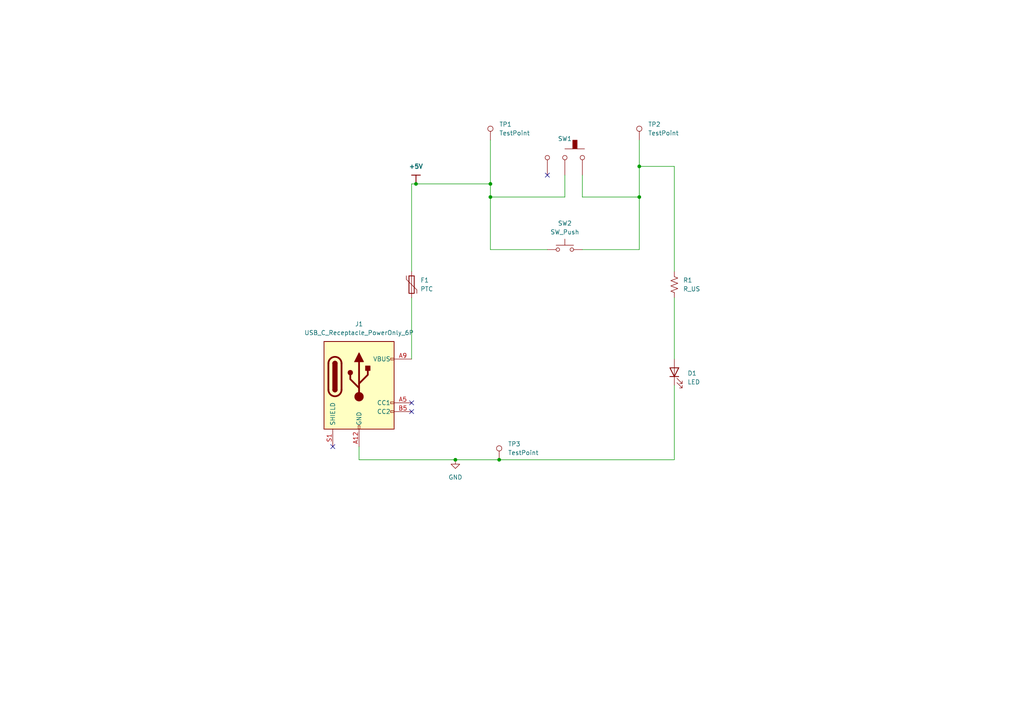
<source format=kicad_sch>
(kicad_sch (version 20231120) (generator "eeschema") (generator_version "8.0")
  (paper "A4")
  (title_block (title "Circuit & LED Basics") (company "Alpenglow Industries"))
  (lib_symbols
    (symbol "Alpenglow:+5V" (power) (pin_names (offset 0))
      (property "Value" "+5V" (at 0 3.556 0))
      (symbol "+5V_0_1"
        (polyline (pts (xy -1.27 2.54) (xy 1.27 2.54)) (stroke (width 0.254)))
        (polyline (pts (xy 0 0) (xy 0 2.54)) (stroke (width 0.254)))
        (polyline (pts (xy 0.635 2.54) (xy 0.635 2.54)))
      )
      (symbol "+5V_1_1"
        (pin power_in line (at 0 0 90) (length 0) hide (name "+5V") (number "1"))
      )
    )
    (symbol "Alpenglow:Alpenglow_SMT_SlideSwitch_VERT" (pin_numbers hide)
      (property "Reference" "SW1" (at 2.54 10.5593 0))
      (symbol "Alpenglow_SMT_SlideSwitch_VERT_0_1"
        (polyline (pts (xy 2.54 7.62) (xy 8.255 7.62)) (stroke (width 0.1524)))
        (polyline (pts (xy 4.826 7.62) (xy 4.826 10.16) (xy 6.096 10.16) (xy 6.096 7.62)) (stroke (width 0.1524)) (fill (type outline)))
      )
      (symbol "Alpenglow_SMT_SlideSwitch_VERT_1_1"
        (pin passive inverted (at 7.62 0 90) (length 5.715) (name "") (number "2"))
        (pin passive inverted (at 2.54 0 90) (length 5.715) (name "") (number "4"))
        (pin passive inverted (at -2.54 0 90) (length 5.715) (name "") (number "5"))
      )
    )
    (symbol "Connector:TestPoint" (pin_numbers hide) (pin_names (offset 0.762) hide)
      (property "Reference" "TP" (at 0 6.858 0))
      (property "Value" "TestPoint" (at 0 5.08 0))
      (symbol "TestPoint_0_1"
        (circle (center 0 3.302) (radius 0.762))
      )
      (symbol "TestPoint_1_1"
        (pin passive line (at 0 0 90) (length 2.54) (name "1") (number "1"))
      )
    )
    (symbol "Connector:USB_C_Receptacle_PowerOnly_6P" (pin_names (offset 1.016))
      (property "Reference" "J" (at 0 16.51 0))
      (property "Value" "USB_C_Receptacle_PowerOnly_6P" (at 0 13.97 0))
      (symbol "USB_C_Receptacle_PowerOnly_6P_0_0"
        (rectangle (start -0.254 -12.7) (end 0.254 -11.684))
        (rectangle (start 10.16 -7.366) (end 9.144 -7.874))
        (rectangle (start 10.16 -4.826) (end 9.144 -5.334))
        (rectangle (start 10.16 7.874) (end 9.144 7.366))
      )
      (symbol "USB_C_Receptacle_PowerOnly_6P_0_1"
        (rectangle (start -10.16 12.7) (end 10.16 -12.7) (stroke (width 0.254)) (fill (type background)))
        (arc (start -8.89 -1.27) (mid -6.985 -3.1667) (end -5.08 -1.27) (stroke (width 0.508)))
        (arc (start -7.62 -1.27) (mid -6.985 -1.9023) (end -6.35 -1.27) (stroke (width 0.254)))
        (arc (start -7.62 -1.27) (mid -6.985 -1.9023) (end -6.35 -1.27) (stroke (width 0.254)) (fill (type outline)))
        (rectangle (start -7.62 -1.27) (end -6.35 6.35) (stroke (width 0.254)) (fill (type outline)))
        (arc (start -6.35 6.35) (mid -6.985 6.9823) (end -7.62 6.35) (stroke (width 0.254)))
        (arc (start -6.35 6.35) (mid -6.985 6.9823) (end -7.62 6.35) (stroke (width 0.254)) (fill (type outline)))
        (arc (start -5.08 6.35) (mid -6.985 8.2467) (end -8.89 6.35) (stroke (width 0.508)))
        (circle (center -2.54 3.683) (radius 0.635) (stroke (width 0.254)) (fill (type outline)))
        (circle (center 0 -3.302) (radius 1.27) (fill (type outline)))
        (polyline (pts (xy -8.89 -1.27) (xy -8.89 6.35)) (stroke (width 0.508)))
        (polyline (pts (xy -5.08 6.35) (xy -5.08 -1.27)) (stroke (width 0.508)))
        (polyline (pts (xy 0 -3.302) (xy 0 6.858)) (stroke (width 0.508)))
        (polyline (pts (xy 0 -0.762) (xy -2.54 1.778) (xy -2.54 3.048)) (stroke (width 0.508)))
        (polyline (pts (xy 0 0.508) (xy 2.54 3.048) (xy 2.54 4.318)) (stroke (width 0.508)))
        (polyline (pts (xy -1.27 6.858) (xy 0 9.398) (xy 1.27 6.858) (xy -1.27 6.858)) (stroke (width 0.254)) (fill (type outline)))
        (rectangle (start 1.905 4.318) (end 3.175 5.588) (stroke (width 0.254)) (fill (type outline)))
      )
      (symbol "USB_C_Receptacle_PowerOnly_6P_1_1"
        (pin passive line (at 0 -17.78 90) (length 5.08) (name "GND") (number "A12"))
        (pin bidirectional line (at 15.24 -5.08 180) (length 5.08) (name "CC1") (number "A5"))
        (pin passive line (at 15.24 7.62 180) (length 5.08) (name "VBUS") (number "A9"))
        (pin passive line (at 0 -17.78 90) (length 5.08) hide (name "GND") (number "B12"))
        (pin bidirectional line (at 15.24 -7.62 180) (length 5.08) (name "CC2") (number "B5"))
        (pin passive line (at 15.24 7.62 180) (length 5.08) hide (name "VBUS") (number "B9"))
        (pin passive line (at -7.62 -17.78 90) (length 5.08) (name "SHIELD") (number "S1"))
      )
    )
    (symbol "Device:LED" (pin_numbers hide) (pin_names (offset 1.016) hide)
      (property "Reference" "D" (at 0 2.54 0))
      (property "Value" "LED" (at 0 -2.54 0))
      (symbol "LED_0_1"
        (polyline (pts (xy -1.27 -1.27) (xy -1.27 1.27)) (stroke (width 0.254)))
        (polyline (pts (xy -1.27 0) (xy 1.27 0)))
        (polyline (pts (xy 1.27 -1.27) (xy 1.27 1.27) (xy -1.27 0) (xy 1.27 -1.27)) (stroke (width 0.254)))
        (polyline (pts (xy -3.048 -0.762) (xy -4.572 -2.286) (xy -3.81 -2.286) (xy -4.572 -2.286) (xy -4.572 -1.524)))
        (polyline (pts (xy -1.778 -0.762) (xy -3.302 -2.286) (xy -2.54 -2.286) (xy -3.302 -2.286) (xy -3.302 -1.524)))
      )
      (symbol "LED_1_1"
        (pin passive line (at -3.81 0 0) (length 2.54) (name "K") (number "1"))
        (pin passive line (at 3.81 0 180) (length 2.54) (name "A") (number "2"))
      )
    )
    (symbol "Device:Polyfuse" (pin_numbers hide) (pin_names (offset 0))
      (property "Reference" "F" (at -2.54 0 90))
      (property "Value" "Polyfuse" (at 2.54 0 90))
      (symbol "Polyfuse_0_1"
        (rectangle (start -0.762 2.54) (end 0.762 -2.54) (stroke (width 0.254)))
        (polyline (pts (xy 0 2.54) (xy 0 -2.54)))
        (polyline (pts (xy -1.524 2.54) (xy -1.524 1.524) (xy 1.524 -1.524) (xy 1.524 -2.54)))
      )
      (symbol "Polyfuse_1_1"
        (pin passive line (at 0 3.81 270) (length 1.27) (name "~") (number "1"))
        (pin passive line (at 0 -3.81 90) (length 1.27) (name "~") (number "2"))
      )
    )
    (symbol "Device:R_US" (pin_numbers hide) (pin_names (offset 0))
      (property "Reference" "R" (at 2.54 0 90))
      (property "Value" "R_US" (at -2.54 0 90))
      (symbol "R_US_0_1"
        (polyline (pts (xy 0 -2.286) (xy 0 -2.54)))
        (polyline (pts (xy 0 2.286) (xy 0 2.54)))
        (polyline (pts (xy 0 -0.762) (xy 1.016 -1.143) (xy 0 -1.524) (xy -1.016 -1.905) (xy 0 -2.286)))
        (polyline (pts (xy 0 0.762) (xy 1.016 0.381) (xy 0 0) (xy -1.016 -0.381) (xy 0 -0.762)))
        (polyline (pts (xy 0 2.286) (xy 1.016 1.905) (xy 0 1.524) (xy -1.016 1.143) (xy 0 0.762)))
      )
      (symbol "R_US_1_1"
        (pin passive line (at 0 3.81 270) (length 1.27) (name "~") (number "1"))
        (pin passive line (at 0 -3.81 90) (length 1.27) (name "~") (number "2"))
      )
    )
    (symbol "Switch:SW_Push" (pin_numbers hide) (pin_names (offset 1.016) hide)
      (property "Reference" "SW" (at 1.27 2.54 0))
      (property "Value" "SW_Push" (at 0 -1.524 0))
      (symbol "SW_Push_0_1"
        (circle (center -2.032 0) (radius 0.508))
        (polyline (pts (xy 0 1.27) (xy 0 3.048)))
        (polyline (pts (xy 2.54 1.27) (xy -2.54 1.27)))
        (circle (center 2.032 0) (radius 0.508))
        (pin passive line (at -5.08 0 0) (length 2.54) (name "1") (number "1"))
        (pin passive line (at 5.08 0 180) (length 2.54) (name "2") (number "2"))
      )
    )
    (symbol "power:GND" (power) (pin_names (offset 0))
      (property "Value" "GND" (at 0 -3.81 0))
      (symbol "GND_0_1"
        (polyline (pts (xy 0 0) (xy 0 -1.27) (xy 1.27 -1.27) (xy 0 -2.54) (xy -1.27 -1.27) (xy 0 -1.27)))
      )
      (symbol "GND_1_1"
        (pin power_in line (at 0 0 270) (length 0) hide (name "GND") (number "1"))
      )
    )
  )
  (junction (at 120.65 53.34))
  (junction (at 185.42 48.26))
  (junction (at 142.24 53.34))
  (junction (at 132.08 133.35))
  (junction (at 142.24 57.15))
  (junction (at 185.42 57.15))
  (junction (at 144.78 133.35))
  (no_connect (at 158.75 50.8))
  (no_connect (at 96.52 129.54))
  (no_connect (at 119.38 119.38))
  (no_connect (at 119.38 116.84))
  (wire (pts (xy 168.91 57.15) (xy 185.42 57.15)))
  (wire (pts (xy 168.91 72.39) (xy 185.42 72.39)))
  (wire (pts (xy 185.42 40.64) (xy 185.42 48.26)))
  (wire (pts (xy 185.42 57.15) (xy 185.42 72.39)))
  (wire (pts (xy 163.83 57.15) (xy 142.24 57.15)))
  (wire (pts (xy 144.78 133.35) (xy 195.58 133.35)))
  (wire (pts (xy 195.58 78.74) (xy 195.58 48.26)))
  (wire (pts (xy 195.58 111.76) (xy 195.58 133.35)))
  (wire (pts (xy 120.65 53.34) (xy 142.24 53.34)))
  (wire (pts (xy 119.38 53.34) (xy 120.65 53.34)))
  (wire (pts (xy 168.91 50.8) (xy 168.91 57.15)))
  (wire (pts (xy 142.24 40.64) (xy 142.24 53.34)))
  (wire (pts (xy 142.24 53.34) (xy 142.24 57.15)))
  (wire (pts (xy 142.24 57.15) (xy 142.24 72.39)))
  (wire (pts (xy 163.83 50.8) (xy 163.83 57.15)))
  (wire (pts (xy 195.58 86.36) (xy 195.58 104.14)))
  (wire (pts (xy 104.14 129.54) (xy 104.14 133.35)))
  (wire (pts (xy 119.38 86.36) (xy 119.38 104.14)))
  (wire (pts (xy 185.42 48.26) (xy 195.58 48.26)))
  (wire (pts (xy 185.42 48.26) (xy 185.42 57.15)))
  (wire (pts (xy 132.08 133.35) (xy 144.78 133.35)))
  (wire (pts (xy 119.38 53.34) (xy 119.38 78.74)))
  (wire (pts (xy 104.14 133.35) (xy 132.08 133.35)))
  (wire (pts (xy 158.75 72.39) (xy 142.24 72.39)))
  (symbol (lib_id "Device:R_US") (at 195.58 82.55 0) (unit 1)
    (property "Reference" "R1" (at 198.12 81.28 0) (effects (justify left)))
    (property "Value" "R_US" (at 198.12 83.82 0) (effects (justify left)))
  )
  (symbol (lib_id "Alpenglow:+5V") (at 120.65 53.34 0) (unit 1)
    (property "Reference" "#PWR01" (effects (hide yes)))
    (property "Value" "+5V" (at 120.65 48.26 0) (effects (font (bold yes))))
  )
  (symbol (lib_id "power:GND") (at 132.08 133.35 0) (unit 1)
    (property "Reference" "#PWR02" (effects (hide yes)))
    (property "Value" "GND" (at 132.08 138.43 0))
  )
  (symbol (lib_id "Connector:TestPoint") (at 144.78 133.35 0) (unit 1)
    (property "Reference" "TP3" (at 147.32 128.778 0) (effects (justify left)))
    (property "Value" "TestPoint" (at 147.32 131.318 0) (effects (justify left)))
  )
  (symbol (lib_id "Alpenglow:Alpenglow_SMT_SlideSwitch_VERT") (at 161.29 50.8 0) (unit 1)
    (property "Reference" "SW1" (at 163.83 40.2407 0))
    (property "Value" "Alpenglow_SMT_SlideSwitch_VERT" (effects (hide yes)))
  )
  (symbol (lib_id "Connector:TestPoint") (at 142.24 40.64 0) (unit 1)
    (property "Reference" "TP1" (at 144.78 36.068 0) (effects (justify left)))
    (property "Value" "TestPoint" (at 144.78 38.608 0) (effects (justify left)))
  )
  (symbol (lib_id "Switch:SW_Push") (at 163.83 72.39 0) (unit 1)
    (property "Reference" "SW2" (at 163.83 64.77 0))
    (property "Value" "SW_Push" (at 163.83 67.31 0))
  )
  (symbol (lib_id "Connector:USB_C_Receptacle_PowerOnly_6P") (at 104.14 111.76 0) (unit 1)
    (property "Reference" "J1" (at 104.14 93.98 0))
    (property "Value" "USB_C_Receptacle_PowerOnly_6P" (at 104.14 96.52 0))
    (property "Datasheet" "https://www.usb.org/sites/default/files/documents/usb_type-c.zip" (effects (hide yes)))
  )
  (symbol (lib_id "Connector:TestPoint") (at 185.42 40.64 0) (unit 1)
    (property "Reference" "TP2" (at 187.96 36.068 0) (effects (justify left)))
    (property "Value" "TestPoint" (at 187.96 38.608 0) (effects (justify left)))
  )
  (symbol (lib_id "Device:Polyfuse") (at 119.38 82.55 0) (unit 1)
    (property "Reference" "F1" (at 121.92 81.28 0) (effects (justify left)))
    (property "Value" "PTC" (at 121.92 83.82 0) (effects (justify left)))
  )
  (symbol (lib_id "Device:LED") (at 195.58 107.95 90) (unit 1)
    (property "Reference" "D1" (at 199.39 108.2675 90) (effects (justify right)))
    (property "Value" "LED" (at 199.39 110.8075 90) (effects (justify right)))
  )
)
</source>
